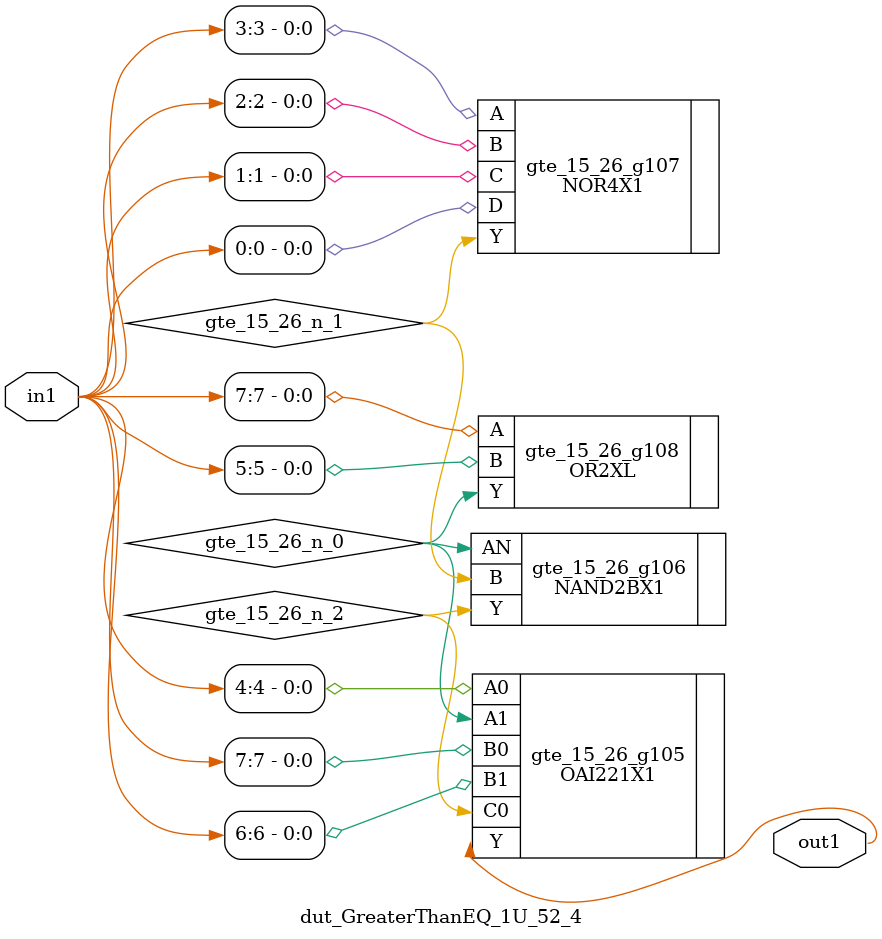
<source format=v>
`timescale 1ps / 1ps


module dut_GreaterThanEQ_1U_52_4(in1, out1);
  input [7:0] in1;
  output out1;
  wire [7:0] in1;
  wire out1;
  wire gte_15_26_n_0, gte_15_26_n_1, gte_15_26_n_2;
  OAI221X1 gte_15_26_g105(.A0 (in1[4]), .A1 (gte_15_26_n_0), .B0
       (in1[7]), .B1 (in1[6]), .C0 (gte_15_26_n_2), .Y (out1));
  NAND2BX1 gte_15_26_g106(.AN (gte_15_26_n_0), .B (gte_15_26_n_1), .Y
       (gte_15_26_n_2));
  NOR4X1 gte_15_26_g107(.A (in1[3]), .B (in1[2]), .C (in1[1]), .D
       (in1[0]), .Y (gte_15_26_n_1));
  OR2XL gte_15_26_g108(.A (in1[7]), .B (in1[5]), .Y (gte_15_26_n_0));
endmodule



</source>
